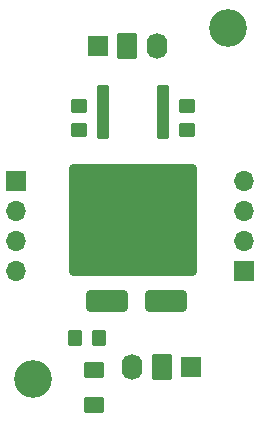
<source format=gts>
G04 #@! TF.GenerationSoftware,KiCad,Pcbnew,7.0.1*
G04 #@! TF.CreationDate,2025-03-09T11:47:29-05:00*
G04 #@! TF.ProjectId,Single Mosfet Board V2,53696e67-6c65-4204-9d6f-736665742042,rev?*
G04 #@! TF.SameCoordinates,Original*
G04 #@! TF.FileFunction,Soldermask,Top*
G04 #@! TF.FilePolarity,Negative*
%FSLAX46Y46*%
G04 Gerber Fmt 4.6, Leading zero omitted, Abs format (unit mm)*
G04 Created by KiCad (PCBNEW 7.0.1) date 2025-03-09 11:47:29*
%MOMM*%
%LPD*%
G01*
G04 APERTURE LIST*
G04 Aperture macros list*
%AMRoundRect*
0 Rectangle with rounded corners*
0 $1 Rounding radius*
0 $2 $3 $4 $5 $6 $7 $8 $9 X,Y pos of 4 corners*
0 Add a 4 corners polygon primitive as box body*
4,1,4,$2,$3,$4,$5,$6,$7,$8,$9,$2,$3,0*
0 Add four circle primitives for the rounded corners*
1,1,$1+$1,$2,$3*
1,1,$1+$1,$4,$5*
1,1,$1+$1,$6,$7*
1,1,$1+$1,$8,$9*
0 Add four rect primitives between the rounded corners*
20,1,$1+$1,$2,$3,$4,$5,0*
20,1,$1+$1,$4,$5,$6,$7,0*
20,1,$1+$1,$6,$7,$8,$9,0*
20,1,$1+$1,$8,$9,$2,$3,0*%
G04 Aperture macros list end*
%ADD10RoundRect,0.250000X-0.450000X0.350000X-0.450000X-0.350000X0.450000X-0.350000X0.450000X0.350000X0*%
%ADD11RoundRect,0.250000X-0.300000X2.050000X-0.300000X-2.050000X0.300000X-2.050000X0.300000X2.050000X0*%
%ADD12RoundRect,0.250002X-5.149998X4.449998X-5.149998X-4.449998X5.149998X-4.449998X5.149998X4.449998X0*%
%ADD13RoundRect,0.250000X-0.620000X-0.845000X0.620000X-0.845000X0.620000X0.845000X-0.620000X0.845000X0*%
%ADD14O,1.740000X2.190000*%
%ADD15R,1.700000X1.700000*%
%ADD16O,1.700000X1.700000*%
%ADD17RoundRect,0.250001X0.624999X-0.462499X0.624999X0.462499X-0.624999X0.462499X-0.624999X-0.462499X0*%
%ADD18C,3.200000*%
%ADD19RoundRect,0.250000X0.620000X0.845000X-0.620000X0.845000X-0.620000X-0.845000X0.620000X-0.845000X0*%
%ADD20RoundRect,0.250000X-1.500000X-0.650000X1.500000X-0.650000X1.500000X0.650000X-1.500000X0.650000X0*%
%ADD21RoundRect,0.250000X-0.350000X-0.450000X0.350000X-0.450000X0.350000X0.450000X-0.350000X0.450000X0*%
G04 APERTURE END LIST*
D10*
X134874000Y-71374000D03*
X134874000Y-73374000D03*
D11*
X141986000Y-71876000D03*
X136906000Y-71876000D03*
D12*
X139446000Y-81026000D03*
D13*
X138938000Y-66270000D03*
D14*
X141478000Y-66270000D03*
D15*
X144330000Y-93430000D03*
D16*
X148844000Y-77714000D03*
X148844000Y-80254000D03*
X148844000Y-82794000D03*
D15*
X148844000Y-85334000D03*
X129540000Y-77700000D03*
D16*
X129540000Y-80240000D03*
X129540000Y-82780000D03*
X129540000Y-85320000D03*
D17*
X136144000Y-96701000D03*
X136144000Y-93726000D03*
D15*
X136478000Y-66270000D03*
D18*
X147500000Y-64770000D03*
D10*
X144018000Y-71374000D03*
X144018000Y-73374000D03*
D19*
X141870000Y-93430000D03*
D14*
X139330000Y-93430000D03*
D20*
X137200000Y-87884000D03*
X142200000Y-87884000D03*
D18*
X131000000Y-94500000D03*
D21*
X134550000Y-91000000D03*
X136550000Y-91000000D03*
M02*

</source>
